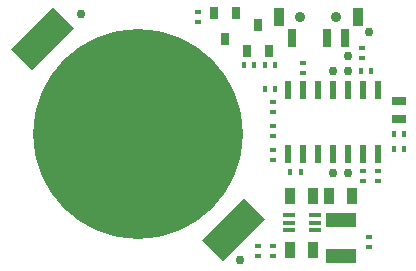
<source format=gbs>
G04 (created by PCBNEW (2013-may-18)-stable) date Mon 02 Nov 2015 08:13:46 PM CST*
%MOIN*%
G04 Gerber Fmt 3.4, Leading zero omitted, Abs format*
%FSLAX34Y34*%
G01*
G70*
G90*
G04 APERTURE LIST*
%ADD10C,0.00590551*%
%ADD11C,0.03*%
%ADD12R,0.0393701X0.015748*%
%ADD13R,0.0275591X0.0590551*%
%ADD14C,0.0354331*%
%ADD15R,0.0354331X0.0590551*%
%ADD16R,0.023622X0.0590551*%
%ADD17C,0.7*%
%ADD18R,0.0315X0.0394*%
%ADD19R,0.1X0.05*%
%ADD20R,0.035X0.055*%
%ADD21R,0.045X0.025*%
%ADD22R,0.0236X0.0157*%
%ADD23R,0.0157X0.0236*%
G04 APERTURE END LIST*
G54D10*
G54D11*
X75800Y-56600D03*
X81100Y-64800D03*
X84200Y-61900D03*
X84700Y-58000D03*
X85400Y-57200D03*
X84700Y-61900D03*
X84200Y-58500D03*
X84700Y-58500D03*
G54D12*
X83583Y-63805D03*
X83583Y-63550D03*
X83583Y-63294D03*
X82716Y-63294D03*
X82716Y-63550D03*
X82716Y-63805D03*
G54D13*
X83995Y-57388D03*
X84585Y-57388D03*
X82814Y-57388D03*
G54D14*
X84290Y-56700D03*
X83109Y-56700D03*
G54D15*
X85018Y-56700D03*
X82381Y-56700D03*
G54D16*
X85700Y-61262D03*
X85200Y-61262D03*
X84700Y-61262D03*
X84200Y-61262D03*
X83700Y-61262D03*
X83200Y-61262D03*
X82700Y-61262D03*
X82700Y-59137D03*
X83200Y-59137D03*
X83700Y-59137D03*
X84200Y-59137D03*
X84700Y-59137D03*
X85200Y-59137D03*
X85700Y-59137D03*
G54D10*
G36*
X75578Y-57064D02*
X74164Y-58478D01*
X73457Y-57771D01*
X74871Y-56357D01*
X75578Y-57064D01*
X75578Y-57064D01*
G37*
G36*
X81942Y-63428D02*
X80528Y-64842D01*
X79821Y-64135D01*
X81235Y-62721D01*
X81942Y-63428D01*
X81942Y-63428D01*
G37*
G54D17*
X77700Y-60600D03*
G54D18*
X80600Y-57433D03*
X80975Y-56567D03*
X80225Y-56567D03*
X81700Y-56967D03*
X81325Y-57833D03*
X82075Y-57833D03*
G54D19*
X84450Y-64650D03*
X84450Y-63450D03*
G54D20*
X83525Y-62650D03*
X82775Y-62650D03*
X84075Y-62650D03*
X84825Y-62650D03*
X83525Y-64450D03*
X82775Y-64450D03*
G54D21*
X86400Y-59500D03*
X86400Y-60100D03*
G54D22*
X82200Y-64677D03*
X82200Y-64323D03*
G54D23*
X82773Y-61850D03*
X83127Y-61850D03*
G54D22*
X85700Y-62177D03*
X85700Y-61823D03*
X82200Y-59877D03*
X82200Y-59523D03*
X81700Y-64323D03*
X81700Y-64677D03*
G54D23*
X82277Y-58300D03*
X81923Y-58300D03*
G54D22*
X82200Y-60677D03*
X82200Y-60323D03*
X85400Y-64023D03*
X85400Y-64377D03*
X85150Y-58077D03*
X85150Y-57723D03*
G54D23*
X86577Y-60600D03*
X86223Y-60600D03*
X86223Y-61100D03*
X86577Y-61100D03*
X85477Y-58500D03*
X85123Y-58500D03*
G54D22*
X82200Y-61477D03*
X82200Y-61123D03*
G54D23*
X81923Y-59100D03*
X82277Y-59100D03*
X81577Y-58300D03*
X81223Y-58300D03*
G54D22*
X85200Y-62177D03*
X85200Y-61823D03*
X79700Y-56523D03*
X79700Y-56877D03*
X83200Y-58223D03*
X83200Y-58577D03*
M02*

</source>
